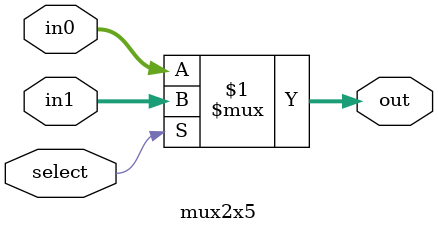
<source format=v>
module mux2x5 (in0, in1, select, out);
    input   [4:0]   in0, in1;
    input           select;

    output  [4:0]   out;

    assign out = select ? in1 : in0;
endmodule

</source>
